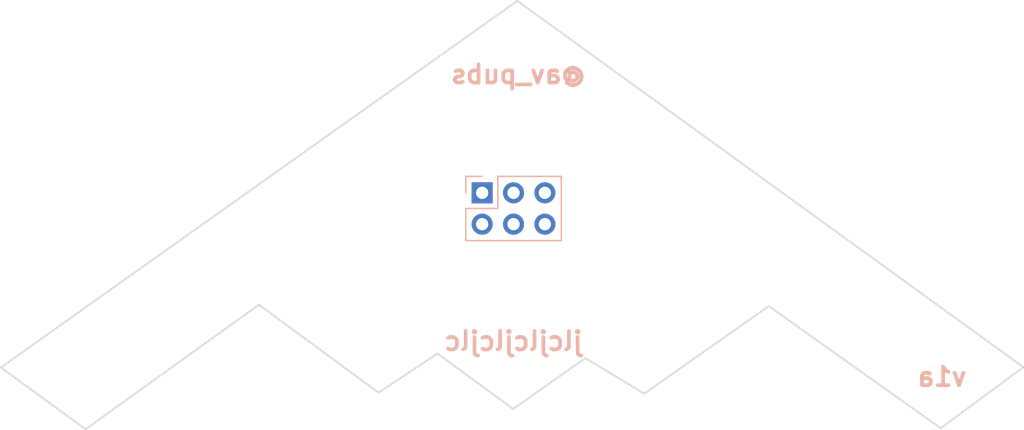
<source format=kicad_pcb>
(kicad_pcb (version 20220427) (generator pcbnew)
  (layers (0 "F.Cu" signal) (31 "B.Cu" signal) (34 "B.Paste" user) (35 "F.Paste" user) (36 "B.SilkS" user "B.Silkscreen") (37 "F.SilkS" user "F.Silkscreen") (38 "B.Mask" user) (39 "F.Mask" user) (44 "Edge.Cuts" user))
  (net 0 "")
  (footprint "Connector_PinHeader_2.54mm:PinHeader_2x03_P2.54mm_Vertical" (layer "B.Cu") (at 142.275 80 -90)
    (fp_text reference "REF**" hide)
    (fp_text value "PinHeader_2x03_P2.54mm_Vertical")
    (fp_line (start -1.33 -6.41) (end 3.87 -6.41) (stroke (width 0.12)) (layer "B.SilkS"))
    (fp_line (start -1.33 -1.27) (end -1.33 -6.41) (stroke (width 0.12)) (layer "B.SilkS"))
    (fp_line (start -1.33 -1.27) (end 1.27 -1.27) (stroke (width 0.12)) (layer "B.SilkS"))
    (fp_line (start -1.33 0) (end -1.33 1.33) (stroke (width 0.12)) (layer "B.SilkS"))
    (fp_line (start -1.33 1.33) (end 0 1.33) (stroke (width 0.12)) (layer "B.SilkS"))
    (fp_line (start 1.27 -1.27) (end 1.27 1.33) (stroke (width 0.12)) (layer "B.SilkS"))
    (fp_line (start 1.27 1.33) (end 3.87 1.33) (stroke (width 0.12)) (layer "B.SilkS"))
    (fp_line (start 3.87 1.33) (end 3.87 -6.41) (stroke (width 0.12)) (layer "B.SilkS"))
    (pad "1" thru_hole rect (at 0 0 270) (size 1.7 1.7) (drill 1) (layers *.Cu *.Mask))
    (pad "2" thru_hole oval (at 2.54 0 270) (size 1.7 1.7) (drill 1) (layers *.Cu *.Mask))
    (pad "3" thru_hole oval (at 0 -2.54 270) (size 1.7 1.7) (drill 1) (layers *.Cu *.Mask))
    (pad "4" thru_hole oval (at 2.54 -2.54 270) (size 1.7 1.7) (drill 1) (layers *.Cu *.Mask))
    (pad "5" thru_hole oval (at 0 -5.08 270) (size 1.7 1.7) (drill 1) (layers *.Cu *.Mask))
    (pad "6" thru_hole oval (at 2.54 -5.08 270) (size 1.7 1.7) (drill 1) (layers *.Cu *.Mask))
  )
  (gr_poly (pts (xy 186.104058 94.118592) (xy 179.410489 99.061092) (xy 165.486753 89.176081) (xy 155.404044 96.265044) (xy 150.631 93.384273) (xy 144.784722 97.507732) (xy 138.656021 93.017119) (xy 133.882977 96.180311) (xy 124.195674 89.063106) (xy 110.158963 99.145815) (xy 103.295943 94.146822) (xy 145.121846 64.454185)) (stroke (width 0.14)) (fill none) (layer "Edge.Cuts"))
  (gr_text "@av_pubs" (at 145.2 70.4) (layer "B.SilkS") (effects (font (size 1.5 1.5) (thickness 0.3) bold) (justify mirror)))
  (gr_text "jlcjlcjlcjlc" (at 144.8 92) (layer "B.SilkS") (effects (font (size 1.5 1.5) (thickness 0.3) bold) (justify mirror)))
  (gr_text "v1a" (at 179.5 94.9) (layer "B.SilkS") (effects (font (size 1.5 1.5) (thickness 0.3) bold) (justify mirror)))
)
</source>
